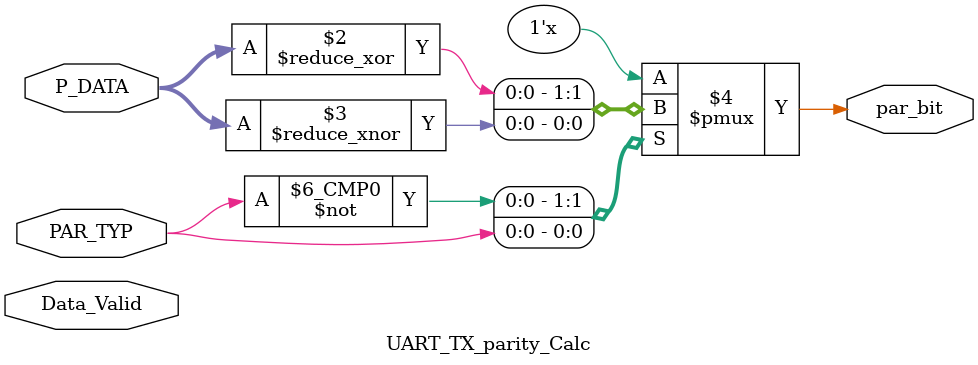
<source format=sv>
module UART_TX_parity_Calc (
	input 	wire 	[7:0] 	P_DATA,
	input 	wire 			Data_Valid,
	input 	wire 		 	PAR_TYP,
	output 	reg 			par_bit
	);

always@(*)
 begin
 	case (PAR_TYP)
 		1'b0 : begin    // even parity
 				par_bit = ^P_DATA;

            /* if (^P_DATA == 0)         not optimized
 					par_bit = 1'b0; 
 			   else
 					par_bit = 1'b1;
 			*/
 			    end

 		1'b1 : begin    // odd parity
 				par_bit = ~^P_DATA;

			/* if (^P_DATA == 1)         not optimized
 					par_bit = 1'b0;
 			   else
 					par_bit = 1'b1;
 			*/
 			   end
 	endcase
 end

endmodule
</source>
